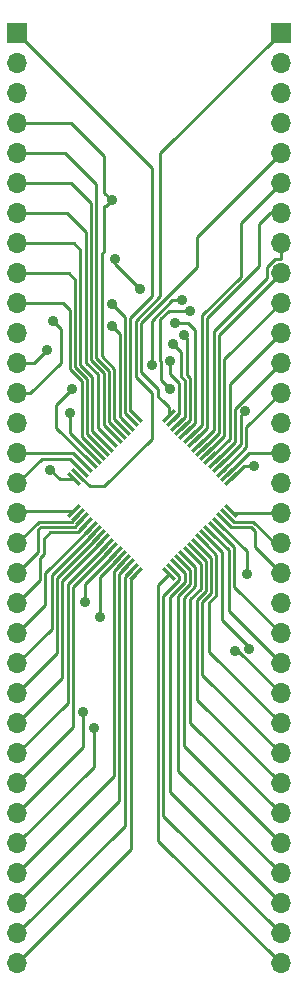
<source format=gbr>
%TF.GenerationSoftware,KiCad,Pcbnew,7.0.5*%
%TF.CreationDate,2023-07-25T09:56:50-05:00*%
%TF.ProjectId,AcoplePic32,41636f70-6c65-4506-9963-33322e6b6963,rev?*%
%TF.SameCoordinates,Original*%
%TF.FileFunction,Copper,L1,Top*%
%TF.FilePolarity,Positive*%
%FSLAX46Y46*%
G04 Gerber Fmt 4.6, Leading zero omitted, Abs format (unit mm)*
G04 Created by KiCad (PCBNEW 7.0.5) date 2023-07-25 09:56:50*
%MOMM*%
%LPD*%
G01*
G04 APERTURE LIST*
G04 Aperture macros list*
%AMRotRect*
0 Rectangle, with rotation*
0 The origin of the aperture is its center*
0 $1 length*
0 $2 width*
0 $3 Rotation angle, in degrees counterclockwise*
0 Add horizontal line*
21,1,$1,$2,0,0,$3*%
G04 Aperture macros list end*
%TA.AperFunction,ComponentPad*%
%ADD10R,1.700000X1.700000*%
%TD*%
%TA.AperFunction,ComponentPad*%
%ADD11O,1.700000X1.700000*%
%TD*%
%TA.AperFunction,SMDPad,CuDef*%
%ADD12RotRect,0.279400X1.346200X45.000000*%
%TD*%
%TA.AperFunction,SMDPad,CuDef*%
%ADD13RotRect,0.279400X1.346200X315.000000*%
%TD*%
%TA.AperFunction,ViaPad*%
%ADD14C,0.900000*%
%TD*%
%TA.AperFunction,Conductor*%
%ADD15C,0.250000*%
%TD*%
G04 APERTURE END LIST*
D10*
%TO.P,J1,1,Pin_1*%
%TO.N,Net-(J1-Pin_1)*%
X110869709Y-51898058D03*
D11*
%TO.P,J1,2,Pin_2*%
%TO.N,MuEnable1H*%
X110869709Y-54438058D03*
%TO.P,J1,3,Pin_3*%
%TO.N,MuEnable1L*%
X110869709Y-56978058D03*
%TO.P,J1,4,Pin_4*%
%TO.N,An17*%
X110869709Y-59518058D03*
%TO.P,J1,5,Pin_5*%
%TO.N,Net-(J1-Pin_5)*%
X110869709Y-62058058D03*
%TO.P,J1,6,Pin_6*%
%TO.N,Net-(J1-Pin_6)*%
X110869709Y-64598058D03*
%TO.P,J1,7,Pin_7*%
%TO.N,Net-(J1-Pin_7)*%
X110869709Y-67138058D03*
%TO.P,J1,8,Pin_8*%
%TO.N,Net-(J1-Pin_8)*%
X110869709Y-69678058D03*
%TO.P,J1,9,Pin_9*%
%TO.N,VSS9*%
X110869709Y-72218058D03*
%TO.P,J1,10,Pin_10*%
%TO.N,Net-(J1-Pin_10)*%
X110869709Y-74758058D03*
%TO.P,J1,11,Pin_11*%
%TO.N,MuPWM1H*%
X110869709Y-77298058D03*
%TO.P,J1,12,Pin_12*%
%TO.N,MuPWM1L*%
X110869709Y-79838058D03*
%TO.P,J1,13,Pin_13*%
%TO.N,MuPWM3H*%
X110869709Y-82378058D03*
%TO.P,J1,14,Pin_14*%
%TO.N,MuPWM3L*%
X110869709Y-84918058D03*
%TO.P,J1,15,Pin_15*%
%TO.N,QEIA3*%
X110869709Y-87458058D03*
%TO.P,J1,16,Pin_16*%
%TO.N,QEIB3*%
X110869709Y-89998058D03*
%TO.P,J1,17,Pin_17*%
%TO.N,Net-(J1-Pin_17)*%
X110869709Y-92538058D03*
%TO.P,J1,18,Pin_18*%
%TO.N,Net-(J1-Pin_18)*%
X110869709Y-95078058D03*
%TO.P,J1,19,Pin_19*%
%TO.N,Net-(J1-Pin_19)*%
X110869709Y-97618058D03*
%TO.P,J1,20,Pin_20*%
%TO.N,Net-(J1-Pin_20)*%
X110869709Y-100158058D03*
%TO.P,J1,21,Pin_21*%
%TO.N,Net-(J1-Pin_21)*%
X110869709Y-102698058D03*
%TO.P,J1,22,Pin_22*%
%TO.N,Net-(J1-Pin_22)*%
X110869709Y-105238058D03*
%TO.P,J1,23,Pin_23*%
%TO.N,Net-(J1-Pin_23)*%
X110869709Y-107778058D03*
%TO.P,J1,24,Pin_24*%
%TO.N,Net-(J1-Pin_24)*%
X110869709Y-110318058D03*
%TO.P,J1,25,Pin_25*%
%TO.N,Net-(J1-Pin_25)*%
X110869709Y-112858058D03*
%TO.P,J1,26,Pin_26*%
%TO.N,Net-(J1-Pin_26)*%
X110869709Y-115398058D03*
%TO.P,J1,27,Pin_27*%
%TO.N,MuPWM2H*%
X110869709Y-117938058D03*
%TO.P,J1,28,Pin_28*%
%TO.N,MuPWM2L*%
X110869709Y-120478058D03*
%TO.P,J1,29,Pin_29*%
%TO.N,QEIA2*%
X110869709Y-123018058D03*
%TO.P,J1,30,Pin_30*%
%TO.N,QEIB2*%
X110869709Y-125558058D03*
%TO.P,J1,31,Pin_31*%
%TO.N,Net-(J1-Pin_31)*%
X110869709Y-128098058D03*
%TO.P,J1,32,Pin_32*%
%TO.N,Net-(J1-Pin_32)*%
X110869709Y-130638058D03*
%TD*%
%TO.P,J3,33,Pin_32*%
%TO.N,Net-(J3-Pin_32)*%
X133169709Y-130638058D03*
%TO.P,J3,34,Pin_31*%
%TO.N,Net-(J3-Pin_31)*%
X133169709Y-128098058D03*
%TO.P,J3,35,Pin_30*%
%TO.N,Net-(J3-Pin_30)*%
X133169709Y-125558058D03*
%TO.P,J3,36,Pin_29*%
%TO.N,Net-(J3-Pin_29)*%
X133169709Y-123018058D03*
%TO.P,J3,37,Pin_28*%
%TO.N,Net-(J3-Pin_28)*%
X133169709Y-120478058D03*
%TO.P,J3,38,Pin_27*%
%TO.N,Net-(J3-Pin_27)*%
X133169709Y-117938058D03*
%TO.P,J3,39,Pin_26*%
%TO.N,Net-(J3-Pin_26)*%
X133169709Y-115398058D03*
%TO.P,J3,40,Pin_25*%
%TO.N,Net-(J3-Pin_25)*%
X133169709Y-112858058D03*
%TO.P,J3,41,Pin_24*%
%TO.N,VSS*%
X133169709Y-110318058D03*
%TO.P,J3,42,Pin_23*%
%TO.N,UART_TX*%
X133169709Y-107778058D03*
%TO.P,J3,43,Pin_22*%
%TO.N,RS232TX*%
X133169709Y-105238058D03*
%TO.P,J3,44,Pin_21*%
%TO.N,UART_RX*%
X133169709Y-102698058D03*
%TO.P,J3,45,Pin_20*%
%TO.N,RS232RX*%
X133169709Y-100158058D03*
%TO.P,J3,46,Pin_19*%
%TO.N,Net-(J3-Pin_19)*%
X133169709Y-97618058D03*
%TO.P,J3,47,Pin_18*%
%TO.N,Net-(J3-Pin_18)*%
X133169709Y-95078058D03*
%TO.P,J3,48,Pin_17*%
%TO.N,Net-(J3-Pin_17)*%
X133169709Y-92538058D03*
%TO.P,J3,49,Pin_16*%
%TO.N,Net-(J3-Pin_16)*%
X133169709Y-89998058D03*
%TO.P,J3,50,Pin_15*%
%TO.N,Net-(J3-Pin_15)*%
X133169709Y-87458058D03*
%TO.P,J3,51,Pin_14*%
%TO.N,QEIB1*%
X133169709Y-84918058D03*
%TO.P,J3,52,Pin_13*%
%TO.N,QEIA1*%
X133169709Y-82378058D03*
%TO.P,J3,53,Pin_12*%
%TO.N,Net-(J3-Pin_12)*%
X133169709Y-79838058D03*
%TO.P,J3,54,Pin_11*%
%TO.N,Net-(J3-Pin_11)*%
X133169709Y-77298058D03*
%TO.P,J3,55,Pin_10*%
%TO.N,Net-(J3-Pin_10)*%
X133169709Y-74758058D03*
%TO.P,J3,56,Pin_9*%
%TO.N,Net-(J3-Pin_9)*%
X133169709Y-72218058D03*
%TO.P,J3,57,Pin_8*%
%TO.N,Net-(J3-Pin_8)*%
X133169709Y-69678058D03*
%TO.P,J3,58,Pin_7*%
%TO.N,Net-(J3-Pin_7)*%
X133169709Y-67138058D03*
%TO.P,J3,59,Pin_6*%
%TO.N,Net-(J3-Pin_6)*%
X133169709Y-64598058D03*
%TO.P,J3,60,Pin_5*%
%TO.N,Net-(J3-Pin_5)*%
X133169709Y-62058058D03*
%TO.P,J3,61,Pin_4*%
%TO.N,MuEnable3L*%
X133169709Y-59518058D03*
%TO.P,J3,62,Pin_3*%
%TO.N,MuEnable3H*%
X133169709Y-56978058D03*
%TO.P,J3,63,Pin_2*%
%TO.N,MuEnable2L*%
X133169709Y-54438058D03*
D10*
%TO.P,J3,64,Pin_1*%
%TO.N,MuEnable2H*%
X133169709Y-51898058D03*
%TD*%
D12*
%TO.P,U1,1,TCK/RPA7/PWM10H/PWM4L/PMD5/RA7*%
%TO.N,Net-(J1-Pin_1)*%
X120971651Y-84334175D03*
%TO.P,U1,2,RPB14/PWM1H/VBUSON1/PMD6/RB14*%
%TO.N,MuPWM1H*%
X120618098Y-84687728D03*
%TO.P,U1,3,RPB15/PWM7H/PWM1L/PMD7/RB15*%
%TO.N,MuPWM1L*%
X120264544Y-85041282D03*
%TO.P,U1,4,AN19/CVD19/RPG6/PMA5/RG6*%
%TO.N,An17*%
X119910991Y-85394835D03*
%TO.P,U1,5,AN18/CVD18/RPG7/PMA4/RG7*%
%TO.N,Net-(J1-Pin_5)*%
X119557437Y-85748389D03*
%TO.P,U1,6,AN17/CVD17/RPG8/PMA3/RG8*%
%TO.N,Net-(J1-Pin_6)*%
X119203884Y-86101942D03*
%TO.P,U1,7,MCLR*%
%TO.N,Net-(J1-Pin_7)*%
X118850331Y-86455495D03*
%TO.P,U1,8,AN16/CVD16/RPG9/PMA2/RG9*%
%TO.N,Net-(J1-Pin_8)*%
X118496777Y-86809049D03*
%TO.P,U1,9,VSS*%
%TO.N,VSS9*%
X118143224Y-87162602D03*
%TO.P,U1,10,VDD*%
%TO.N,Net-(J1-Pin_10)*%
X117789670Y-87516156D03*
%TO.P,U1,11,AN10/CVD10/RPA12/RA12*%
%TO.N,MuEnable1H*%
X117436117Y-87869709D03*
%TO.P,U1,12,AN9/CVD9/RPA11/USBOEN1/RA11*%
%TO.N,MuEnable1L*%
X117082564Y-88223262D03*
%TO.P,U1,13,OA2OUT/AN0/C2IN4-/C4IN3-/RPA0/RA0*%
%TO.N,QEIA3*%
X116729010Y-88576816D03*
%TO.P,U1,14,OA2IN+/AN1/C2IN1+/RPA1/RA1*%
%TO.N,QEIB3*%
X116375457Y-88930369D03*
%TO.P,U1,15,PGD3/VREF-/OA2IN-/AN2/C2IN1-/RPB0/CTED2/RB0*%
%TO.N,MuEnable2H*%
X116021903Y-89283923D03*
%TO.P,U1,16,PGC3/OA1OUT/VREF+/AN3/C1IN4-/C4IN2-/RPB1/CTED1/PMA6/RB1*%
%TO.N,MuEnable2L*%
X115668350Y-89637476D03*
D13*
%TO.P,U1,17,PGC1/OA1IN+/AN4/C1IN1+/C1IN3-/C2IN3-/RPB2/RB2*%
%TO.N,Net-(J1-Pin_17)*%
X115668350Y-92362524D03*
%TO.P,U1,18,PGD1/OA1IN-/AN5/CTCMP/C1IN1-/RTCC/RPB3/RB3*%
%TO.N,Net-(J1-Pin_18)*%
X116021903Y-92716077D03*
%TO.P,U1,19,AVDD*%
%TO.N,Net-(J1-Pin_19)*%
X116375457Y-93069631D03*
%TO.P,U1,20,AVSS*%
%TO.N,Net-(J1-Pin_20)*%
X116729010Y-93423184D03*
%TO.P,U1,21,OA3OUT/AN6/CVD6/C3IN4-/C4IN1+/C4IN4-/RPC0/RC0*%
%TO.N,Net-(J1-Pin_21)*%
X117082564Y-93776738D03*
%TO.P,U1,22,OA3IN-/AN7/CVD7/C3IN1-/C4IN1-/RPC1/PMA7/RC1*%
%TO.N,Net-(J1-Pin_22)*%
X117436117Y-94130291D03*
%TO.P,U1,23,OA3IN+/AN8/CVD8/C3IN1+/C3IN3-/RPC2/FLT3/PMA13/RC2*%
%TO.N,Net-(J1-Pin_23)*%
X117789670Y-94483844D03*
%TO.P,U1,24,AN11/CVD11/C1IN2-/FLT4/PMA12/RC11*%
%TO.N,Net-(J1-Pin_24)*%
X118143224Y-94837398D03*
%TO.P,U1,25,VSS*%
%TO.N,Net-(J1-Pin_25)*%
X118496777Y-95190951D03*
%TO.P,U1,26,VDD*%
%TO.N,Net-(J1-Pin_26)*%
X118850331Y-95544505D03*
%TO.P,U1,27,AN12/CVD12/C2IN2-/C5IN2-/FLT5/PMA11/RE12*%
%TO.N,MuEnable3H*%
X119203884Y-95898058D03*
%TO.P,U1,28,AN13/CVD13/C3IN2-/FLT6/PMA10/RE13*%
%TO.N,MuEnable3L*%
X119557437Y-96251611D03*
%TO.P,U1,29,AN14/CVD14/RPE14/FLT7/PMA1/RE14*%
%TO.N,QEIA2*%
X119910991Y-96605165D03*
%TO.P,U1,30,AN15/CVD15/RPE15/FLT8/PMA0/RE15*%
%TO.N,QEIB2*%
X120264544Y-96958718D03*
%TO.P,U1,31,TDI/DAC3/AN26/CVD26/RPA8/PMA9/RA8*%
%TO.N,Net-(J1-Pin_31)*%
X120618098Y-97312272D03*
%TO.P,U1,32,FLT15/RPB4/PMA8/RB4*%
%TO.N,Net-(J1-Pin_32)*%
X120971651Y-97665825D03*
D12*
%TO.P,U1,33,OA5IN+/DAC1/AN24/CVD24/C5IN1+/C5IN3-/RPA4/T1CK/RA4*%
%TO.N,Net-(J3-Pin_32)*%
X123696699Y-97665825D03*
%TO.P,U1,34,VBUS*%
%TO.N,Net-(J3-Pin_31)*%
X124050252Y-97312272D03*
%TO.P,U1,35,VUSB3V3*%
%TO.N,Net-(J3-Pin_30)*%
X124403806Y-96958718D03*
%TO.P,U1,36,D-*%
%TO.N,Net-(J3-Pin_29)*%
X124757359Y-96605165D03*
%TO.P,U1,37,D+*%
%TO.N,Net-(J3-Pin_28)*%
X125110913Y-96251611D03*
%TO.P,U1,38,VDD*%
%TO.N,Net-(J3-Pin_27)*%
X125464466Y-95898058D03*
%TO.P,U1,39,OSCI/CLKI/AN49/CVD49/RPC12/RC12*%
%TO.N,Net-(J3-Pin_26)*%
X125818019Y-95544505D03*
%TO.P,U1,40,OSCO/CLKO/RPC15/RC15*%
%TO.N,Net-(J3-Pin_25)*%
X126171573Y-95190951D03*
%TO.P,U1,41,VSS*%
%TO.N,VSS*%
X126525126Y-94837398D03*
%TO.P,U1,42,RD8*%
%TO.N,Net-(J3-Pin_16)*%
X126878680Y-94483844D03*
%TO.P,U1,43,PGD2/RPB5/USBID1/RB5*%
%TO.N,RS232TX*%
X127232233Y-94130291D03*
%TO.P,U1,44,PGC2/RPB6/SCK2/PMA15/RB6*%
%TO.N,UART_RX*%
X127585786Y-93776738D03*
%TO.P,U1,45,DAC2/AN48/CVD48/RPC10/PMA14/PMCS/RC10*%
%TO.N,MuRS232RX*%
X127939340Y-93423184D03*
%TO.P,U1,46,OA5OUT/AN25/CVD25/C5IN4-/RPB7/SCK1/INT0/RB7*%
%TO.N,Net-(J3-Pin_19)*%
X128292893Y-93069631D03*
%TO.P,U1,47,SOSCI/RPC13/RC13*%
%TO.N,Net-(J3-Pin_18)*%
X128646447Y-92716077D03*
%TO.P,U1,48,SOSCO/RPB8/RB8*%
%TO.N,Net-(J3-Pin_17)*%
X129000000Y-92362524D03*
D13*
%TO.P,U1,49,TMS/OA5IN-/AN27/CVD27/C5IN1-/RPB9/RB9*%
%TO.N,UART_TX*%
X129000000Y-89637476D03*
%TO.P,U1,50,TRCLK/RPC6/PWM6H/RC6*%
%TO.N,Net-(J3-Pin_15)*%
X128646447Y-89283923D03*
%TO.P,U1,51,TRD0/RPC7/PWM12H/PWM6L/RC7*%
%TO.N,QEIA1*%
X128292893Y-88930369D03*
%TO.P,U1,52,TRD1/RPC8/PWM5H/PMWR/RC8*%
%TO.N,QEIB1*%
X127939340Y-88576816D03*
%TO.P,U1,53,TRD2/RPD5/PWM12H/PMRD/RD5*%
%TO.N,Net-(J3-Pin_12)*%
X127585786Y-88223262D03*
%TO.P,U1,54,TRD3/RPD6/PWM12L/RD6*%
%TO.N,Net-(J3-Pin_11)*%
X127232233Y-87869709D03*
%TO.P,U1,55,RPC9/PWM11H/PWM5L/RC9*%
%TO.N,Net-(J3-Pin_10)*%
X126878680Y-87516156D03*
%TO.P,U1,56,VSS*%
%TO.N,Net-(J3-Pin_9)*%
X126525126Y-87162602D03*
%TO.P,U1,57,VDD*%
%TO.N,Net-(J3-Pin_8)*%
X126171573Y-86809049D03*
%TO.P,U1,58,RPF0/PWM11H/RF0*%
%TO.N,Net-(J3-Pin_7)*%
X125818019Y-86455495D03*
%TO.P,U1,59,RPF1/PWM11L/RF1*%
%TO.N,Net-(J3-Pin_6)*%
X125464466Y-86101942D03*
%TO.P,U1,60,RPB10/PWM3H/PMD0/RB10*%
%TO.N,MuPWM3H*%
X125110913Y-85748389D03*
%TO.P,U1,61,RPB11/PWM9H/PWM3L/PMD1/RB11*%
%TO.N,MuPWM3L*%
X124757359Y-85394835D03*
%TO.P,U1,62,RPB12/PWM2H/PMD2/RB12*%
%TO.N,MuPWM2H*%
X124403806Y-85041282D03*
%TO.P,U1,63,RPB13/PWM8H/PWM2L/CTPLS/PMD3/RB13*%
%TO.N,MuPWM2L*%
X124050252Y-84687728D03*
%TO.P,U1,64,TDO/PWM4H/PMD4/RA10*%
%TO.N,Net-(J3-Pin_5)*%
X123696699Y-84334175D03*
%TD*%
D14*
%TO.N,MuEnable3L*%
X123821935Y-82042000D03*
%TO.N,An17*%
X118872000Y-66040000D03*
%TO.N,MuEnable1H*%
X115316000Y-84074000D03*
%TO.N,MuEnable1L*%
X115544600Y-81991200D03*
%TO.N,MuPWM1H*%
X118872000Y-74803000D03*
%TO.N,MuPWM1L*%
X118872000Y-76708000D03*
X113385600Y-78740000D03*
%TO.N,MuPWM3H*%
X121285000Y-73533000D03*
X124206000Y-76428600D03*
X113893600Y-76301600D03*
X119196900Y-70993000D03*
%TO.N,MuPWM3L*%
X124968000Y-77470000D03*
%TO.N,MuEnable3H*%
X122263500Y-80010000D03*
X124802300Y-74520243D03*
X116586000Y-100076000D03*
%TO.N,MuEnable3L*%
X117856000Y-101346000D03*
X125526800Y-75387200D03*
%TO.N,MuPWM2L*%
X117348000Y-110744000D03*
X123837900Y-79629000D03*
%TO.N,MuPWM2H*%
X124079000Y-78206600D03*
X116459000Y-109347000D03*
%TO.N,MuEnable2L*%
X113690400Y-88849200D03*
%TO.N,UART_TX*%
X130937000Y-88519000D03*
X129311400Y-104216200D03*
%TO.N,QEIB1*%
X130200400Y-83921600D03*
%TO.N,Net-(J3-Pin_16)*%
X130513248Y-104026288D03*
%TO.N,MuRS232RX*%
X130289500Y-97663000D03*
%TD*%
D15*
%TO.N,Net-(J3-Pin_16)*%
X128196435Y-95801599D02*
X126878680Y-94483844D01*
X130513248Y-104026288D02*
X130513248Y-103868648D01*
X130513248Y-103868648D02*
X128196435Y-101551835D01*
X128196435Y-101551835D02*
X128196435Y-95801599D01*
%TO.N,MuEnable3L*%
X123038500Y-79688984D02*
X123038500Y-81258565D01*
X122998400Y-79648884D02*
X123038500Y-79688984D01*
X125526800Y-75387200D02*
X123739495Y-75387200D01*
X123739495Y-75387200D02*
X122998400Y-76128295D01*
X122998400Y-76128295D02*
X122998400Y-79648884D01*
X123038500Y-81258565D02*
X123821935Y-82042000D01*
%TO.N,MuPWM2L*%
X124596435Y-84141545D02*
X124050252Y-84687728D01*
X124596435Y-81473008D02*
X124596435Y-84141545D01*
X123837900Y-80714473D02*
X124596435Y-81473008D01*
X123837900Y-79629000D02*
X123837900Y-80714473D01*
%TO.N,MuPWM3L*%
X125496435Y-81100216D02*
X125496435Y-84655759D01*
X125222000Y-77724000D02*
X125222000Y-80825781D01*
X124968000Y-77470000D02*
X125222000Y-77724000D01*
X125222000Y-80825781D02*
X125496435Y-81100216D01*
X125496435Y-84655759D02*
X124757359Y-85394835D01*
%TO.N,MuPWM3H*%
X125947000Y-84912302D02*
X125110913Y-85748389D01*
X125947000Y-77042695D02*
X125947000Y-84912302D01*
X124206000Y-76428600D02*
X125332905Y-76428600D01*
X125332905Y-76428600D02*
X125947000Y-77042695D01*
%TO.N,MuEnable1H*%
X115316000Y-85749592D02*
X117436117Y-87869709D01*
X115316000Y-84074000D02*
X115316000Y-85749592D01*
%TO.N,MuEnable1L*%
X114173000Y-85313698D02*
X117082564Y-88223262D01*
X114173000Y-83362800D02*
X114173000Y-85313698D01*
X115544600Y-81991200D02*
X114173000Y-83362800D01*
%TO.N,MuPWM3H*%
X111982742Y-82378058D02*
X110869709Y-82378058D01*
X114554000Y-79806800D02*
X111982742Y-82378058D01*
X114554000Y-76962000D02*
X114554000Y-79806800D01*
X113893600Y-76301600D02*
X114554000Y-76962000D01*
%TO.N,MuPWM2H*%
X125046435Y-84398653D02*
X124403806Y-85041282D01*
X125046435Y-81286612D02*
X125046435Y-84398653D01*
X124772000Y-81012177D02*
X125046435Y-81286612D01*
X124079000Y-78206600D02*
X124772000Y-78899600D01*
X124772000Y-78899600D02*
X124772000Y-81012177D01*
%TO.N,Net-(J3-Pin_5)*%
X123696699Y-83566000D02*
X123696699Y-84334175D01*
X123190000Y-83059301D02*
X123696699Y-83566000D01*
X121354000Y-80570904D02*
X122809000Y-82025904D01*
X122809000Y-82677000D02*
X123190000Y-83058000D01*
X126074600Y-71689800D02*
X121354000Y-76410400D01*
X126074600Y-69153167D02*
X126074600Y-71689800D01*
X122809000Y-82025904D02*
X122809000Y-82677000D01*
X133169709Y-62058058D02*
X126074600Y-69153167D01*
X121354000Y-76410400D02*
X121354000Y-80570904D01*
X123190000Y-83058000D02*
X123190000Y-83059301D01*
%TO.N,MuEnable2H*%
X122986800Y-62080967D02*
X133169709Y-51898058D01*
X118211600Y-90271600D02*
X122250200Y-86233000D01*
X120904000Y-81000600D02*
X120904000Y-76224004D01*
X120904000Y-76224004D02*
X122986800Y-74141204D01*
X117009580Y-90271600D02*
X118211600Y-90271600D01*
X122250200Y-86233000D02*
X122250200Y-82346800D01*
X122986800Y-74141204D02*
X122986800Y-62080967D01*
X116021903Y-89283923D02*
X117009580Y-90271600D01*
X122250200Y-82346800D02*
X120904000Y-81000600D01*
%TO.N,MuPWM1L*%
X119539600Y-84316338D02*
X120264544Y-85041282D01*
X119539600Y-77375600D02*
X119539600Y-84316338D01*
X118872000Y-76708000D02*
X119539600Y-77375600D01*
%TO.N,MuPWM1H*%
X119989600Y-84059230D02*
X120618098Y-84687728D01*
X118872000Y-74803000D02*
X119989600Y-75920600D01*
X119989600Y-75920600D02*
X119989600Y-84059230D01*
%TO.N,MuPWM3H*%
X121285000Y-73533000D02*
X119196900Y-71444900D01*
X119196900Y-71444900D02*
X119196900Y-70993000D01*
%TO.N,Net-(J1-Pin_1)*%
X122301000Y-63329349D02*
X110869709Y-51898058D01*
X120439600Y-83802124D02*
X120439600Y-76052008D01*
X120439600Y-76052008D02*
X122301000Y-74190608D01*
X120971651Y-84334175D02*
X120439600Y-83802124D01*
X122301000Y-74190608D02*
X122301000Y-63329349D01*
%TO.N,An17*%
X118237000Y-65278000D02*
X118237000Y-62286200D01*
X118237000Y-65405000D02*
X118237000Y-65278000D01*
X118872000Y-66040000D02*
X118237000Y-65405000D01*
X118364000Y-66548000D02*
X118237000Y-66548000D01*
X118872000Y-66040000D02*
X118364000Y-66548000D01*
X118237000Y-66548000D02*
X118237000Y-70374095D01*
%TO.N,MuEnable3H*%
X116586000Y-98515942D02*
X119203884Y-95898058D01*
X116586000Y-100076000D02*
X116586000Y-98515942D01*
%TO.N,MuEnable3L*%
X117856000Y-97953048D02*
X119557437Y-96251611D01*
X117856000Y-101346000D02*
X117856000Y-97953048D01*
%TO.N,MuPWM2L*%
X117348000Y-110744000D02*
X117348000Y-113999767D01*
X117348000Y-113999767D02*
X110869709Y-120478058D01*
%TO.N,MuPWM2H*%
X116448560Y-112359207D02*
X110869709Y-117938058D01*
X116459000Y-109347000D02*
X116448560Y-109357440D01*
X116448560Y-109357440D02*
X116448560Y-112359207D01*
%TO.N,MuRS232RX*%
X130289500Y-95773344D02*
X127939340Y-93423184D01*
X130289500Y-97663000D02*
X130289500Y-95773344D01*
%TO.N,UART_RX*%
X133169709Y-102698058D02*
X129228000Y-98756349D01*
X129228000Y-98756349D02*
X129228000Y-95418952D01*
X129228000Y-95418952D02*
X127585786Y-93776738D01*
%TO.N,Net-(J3-Pin_6)*%
X126524600Y-75785004D02*
X126524600Y-85041808D01*
X126524600Y-85041808D02*
X125464466Y-86101942D01*
X129794000Y-67973767D02*
X129794000Y-72515604D01*
X129794000Y-72515604D02*
X126524600Y-75785004D01*
X133169709Y-64598058D02*
X129794000Y-67973767D01*
%TO.N,Net-(J3-Pin_7)*%
X126974600Y-75971400D02*
X126974600Y-85298914D01*
X131318000Y-71628000D02*
X126974600Y-75971400D01*
X126974600Y-85298914D02*
X125818019Y-86455495D01*
X132251942Y-67138058D02*
X131318000Y-68072000D01*
X133169709Y-67138058D02*
X132251942Y-67138058D01*
X131318000Y-68072000D02*
X131318000Y-71628000D01*
%TO.N,Net-(J3-Pin_8)*%
X127504200Y-77092800D02*
X127504200Y-85476422D01*
X132683008Y-71043058D02*
X131994709Y-71731357D01*
X133169709Y-71043058D02*
X132683008Y-71043058D01*
X131994709Y-71731357D02*
X131994709Y-72602291D01*
X131994709Y-72602291D02*
X127504200Y-77092800D01*
X127504200Y-85476422D02*
X126171573Y-86809049D01*
X133169709Y-69678058D02*
X133169709Y-71043058D01*
%TO.N,Net-(J1-Pin_5)*%
X114940858Y-62058058D02*
X110869709Y-62058058D01*
X119557437Y-85748389D02*
X118639600Y-84830552D01*
X117576100Y-79410601D02*
X117576100Y-64693300D01*
X118639600Y-80474101D02*
X117576100Y-79410601D01*
X117576100Y-64693300D02*
X114940858Y-62058058D01*
X118639600Y-84830552D02*
X118639600Y-80474101D01*
%TO.N,Net-(J1-Pin_6)*%
X117126100Y-79596997D02*
X117126100Y-66275300D01*
X117126100Y-66275300D02*
X115448858Y-64598058D01*
X118189600Y-80660497D02*
X117126100Y-79596997D01*
X118189600Y-85087658D02*
X118189600Y-80660497D01*
X119203884Y-86101942D02*
X118189600Y-85087658D01*
X115448858Y-64598058D02*
X110869709Y-64598058D01*
%TO.N,Net-(J1-Pin_7)*%
X118850331Y-86455495D02*
X117678200Y-85283364D01*
X117678200Y-80785493D02*
X116676100Y-79783393D01*
X115118658Y-67138058D02*
X110869709Y-67138058D01*
X116676100Y-68695500D02*
X115118658Y-67138058D01*
X117678200Y-85283364D02*
X117678200Y-80785493D01*
X116676100Y-79783393D02*
X116676100Y-68695500D01*
%TO.N,Net-(J1-Pin_8)*%
X116226100Y-79969789D02*
X116226100Y-70252100D01*
X118496777Y-86809049D02*
X117228200Y-85540472D01*
X115652058Y-69678058D02*
X110869709Y-69678058D01*
X116226100Y-70252100D02*
X115652058Y-69678058D01*
X117228200Y-80971889D02*
X116226100Y-79969789D01*
X117228200Y-85540472D02*
X117228200Y-80971889D01*
%TO.N,Net-(J1-Pin_10)*%
X115326100Y-80342581D02*
X115326100Y-75371900D01*
X116328200Y-86054686D02*
X116328200Y-81344681D01*
X114712258Y-74758058D02*
X110869709Y-74758058D01*
X117789670Y-87516156D02*
X116328200Y-86054686D01*
X115326100Y-75371900D02*
X114712258Y-74758058D01*
X116328200Y-81344681D02*
X115326100Y-80342581D01*
%TO.N,MuPWM1L*%
X112287542Y-79838058D02*
X110869709Y-79838058D01*
X113385600Y-78740000D02*
X112287542Y-79838058D01*
%TO.N,Net-(J1-Pin_17)*%
X111045243Y-92362524D02*
X110869709Y-92538058D01*
X115668350Y-92362524D02*
X111045243Y-92362524D01*
%TO.N,Net-(J1-Pin_18)*%
X115475720Y-93262260D02*
X112680940Y-93262260D01*
X110869709Y-95073491D02*
X110869709Y-95078058D01*
X116021903Y-92716077D02*
X115475720Y-93262260D01*
X112680940Y-93262260D02*
X110869709Y-95073491D01*
%TO.N,Net-(J1-Pin_19)*%
X112674400Y-93905196D02*
X112674400Y-95813367D01*
X112867336Y-93712260D02*
X112674400Y-93905196D01*
X112674400Y-95813367D02*
X110869709Y-97618058D01*
X115732828Y-93712260D02*
X112867336Y-93712260D01*
X116375457Y-93069631D02*
X115732828Y-93712260D01*
%TO.N,Net-(J1-Pin_20)*%
X115989934Y-94162260D02*
X113685940Y-94162260D01*
X113124400Y-94723800D02*
X113124400Y-95999763D01*
X113124400Y-95999763D02*
X112801400Y-96322763D01*
X112801400Y-96322763D02*
X112801400Y-98226367D01*
X112801400Y-98226367D02*
X110869709Y-100158058D01*
X113685940Y-94162260D02*
X113124400Y-94723800D01*
X116729010Y-93423184D02*
X115989934Y-94162260D01*
%TO.N,Net-(J1-Pin_21)*%
X113251400Y-100316367D02*
X110869709Y-102698058D01*
X117082564Y-93776738D02*
X113251400Y-97607902D01*
X113251400Y-97607902D02*
X113251400Y-100316367D01*
%TO.N,Net-(J1-Pin_23)*%
X117789670Y-94483844D02*
X114242000Y-98031514D01*
X114242000Y-98031514D02*
X114242000Y-104405767D01*
X114242000Y-104405767D02*
X110869709Y-107778058D01*
%TO.N,Net-(J1-Pin_24)*%
X114692000Y-98288622D02*
X114692000Y-106495767D01*
X118143224Y-94837398D02*
X114692000Y-98288622D01*
X114692000Y-106495767D02*
X110869709Y-110318058D01*
%TO.N,Net-(J1-Pin_25)*%
X115142000Y-98545728D02*
X115142000Y-108585767D01*
X115142000Y-108585767D02*
X110869709Y-112858058D01*
X118496777Y-95190951D02*
X115142000Y-98545728D01*
%TO.N,Net-(J1-Pin_26)*%
X118850331Y-95544505D02*
X115592000Y-98802836D01*
X115592000Y-98802836D02*
X115592000Y-110675767D01*
X115592000Y-110675767D02*
X110869709Y-115398058D01*
%TO.N,QEIA3*%
X116729010Y-88576816D02*
X115610252Y-87458058D01*
X115610252Y-87458058D02*
X110869709Y-87458058D01*
%TO.N,Net-(J1-Pin_22)*%
X113792000Y-102315767D02*
X110869709Y-105238058D01*
X117436117Y-94130291D02*
X113792000Y-97774408D01*
X113792000Y-97774408D02*
X113792000Y-102315767D01*
%TO.N,Net-(J1-Pin_31)*%
X119964200Y-97966170D02*
X120618098Y-97312272D01*
X110869709Y-128098058D02*
X119964200Y-119003567D01*
X119964200Y-119003567D02*
X119964200Y-97966170D01*
%TO.N,Net-(J1-Pin_32)*%
X120548400Y-98089076D02*
X120548400Y-120959367D01*
X120548400Y-120959367D02*
X110869709Y-130638058D01*
X120971651Y-97665825D02*
X120548400Y-98089076D01*
%TO.N,MuEnable3H*%
X122263500Y-76226799D02*
X123970056Y-74520243D01*
X123970056Y-74520243D02*
X124802300Y-74520243D01*
X122263500Y-80010000D02*
X122263500Y-76226799D01*
%TO.N,MuEnable2L*%
X114478676Y-89637476D02*
X113690400Y-88849200D01*
X115668350Y-89637476D02*
X114478676Y-89637476D01*
%TO.N,QEIA2*%
X119064200Y-114823567D02*
X110869709Y-123018058D01*
X119064200Y-97451956D02*
X119064200Y-114823567D01*
X119910991Y-96605165D02*
X119064200Y-97451956D01*
%TO.N,QEIB2*%
X120264544Y-96958718D02*
X119514200Y-97709062D01*
X119514200Y-116913567D02*
X110869709Y-125558058D01*
X119514200Y-97709062D02*
X119514200Y-116913567D01*
%TO.N,UART_TX*%
X130937000Y-88519000D02*
X130118476Y-88519000D01*
X130118476Y-88519000D02*
X129000000Y-89637476D01*
X129607851Y-104216200D02*
X129311400Y-104216200D01*
X133169709Y-107778058D02*
X129607851Y-104216200D01*
%TO.N,QEIB3*%
X112959709Y-87908058D02*
X110869709Y-89998058D01*
X115353146Y-87908058D02*
X112959709Y-87908058D01*
X116375457Y-88930369D02*
X115353146Y-87908058D01*
%TO.N,RS232TX*%
X133169709Y-105238058D02*
X128778000Y-100846349D01*
X128778000Y-100846349D02*
X128778000Y-95676058D01*
X128778000Y-95676058D02*
X127232233Y-94130291D01*
%TO.N,VSS*%
X127746435Y-99482389D02*
X127746435Y-96058707D01*
X127101600Y-100127224D02*
X127746435Y-99482389D01*
X127746435Y-96058707D02*
X126525126Y-94837398D01*
X133169709Y-110318058D02*
X127101600Y-104249949D01*
X127101600Y-104249949D02*
X127101600Y-100127224D01*
%TO.N,QEIA1*%
X128292893Y-88930369D02*
X130276600Y-86946662D01*
X130276600Y-86946662D02*
X130276600Y-85271167D01*
X130276600Y-85271167D02*
X133169709Y-82378058D01*
%TO.N,QEIB1*%
X129826600Y-84295400D02*
X130200400Y-83921600D01*
X129826600Y-86689556D02*
X129826600Y-84295400D01*
X127939340Y-88576816D02*
X129826600Y-86689556D01*
%TO.N,Net-(J3-Pin_32)*%
X123696699Y-97665825D02*
X122783600Y-98578924D01*
X122783600Y-98578924D02*
X122783600Y-120251949D01*
X122783600Y-120251949D02*
X133169709Y-130638058D01*
%TO.N,Net-(J3-Pin_31)*%
X123233600Y-99540452D02*
X123233600Y-118161949D01*
X124050252Y-97312272D02*
X124596435Y-97858455D01*
X124596435Y-98177617D02*
X123233600Y-99540452D01*
X124596435Y-97858455D02*
X124596435Y-98177617D01*
X123233600Y-118161949D02*
X133169709Y-128098058D01*
%TO.N,Net-(J3-Pin_30)*%
X133169709Y-125558058D02*
X123774200Y-116162549D01*
X125046435Y-98364013D02*
X125046435Y-97601347D01*
X123774200Y-116162549D02*
X123774200Y-99636248D01*
X123774200Y-99636248D02*
X125046435Y-98364013D01*
X125046435Y-97601347D02*
X124403806Y-96958718D01*
%TO.N,Net-(J3-Pin_29)*%
X124510800Y-99536044D02*
X124510800Y-114359149D01*
X125496435Y-97344241D02*
X125496435Y-98550409D01*
X124757359Y-96605165D02*
X125496435Y-97344241D01*
X125496435Y-98550409D02*
X124510800Y-99536044D01*
X124510800Y-114359149D02*
X133169709Y-123018058D01*
%TO.N,Net-(J3-Pin_28)*%
X125946435Y-97087133D02*
X125110913Y-96251611D01*
X124968000Y-99715240D02*
X125946435Y-98736805D01*
X124968000Y-112276349D02*
X124968000Y-99715240D01*
X125946435Y-98736805D02*
X125946435Y-97087133D01*
X133169709Y-120478058D02*
X124968000Y-112276349D01*
%TO.N,Net-(J3-Pin_27)*%
X125464466Y-95898058D02*
X126396435Y-96830027D01*
X126396435Y-96830027D02*
X126396435Y-98923201D01*
X125526800Y-110295149D02*
X133169709Y-117938058D01*
X126396435Y-98923201D02*
X125526800Y-99792836D01*
X125526800Y-99792836D02*
X125526800Y-110295149D01*
%TO.N,Net-(J3-Pin_26)*%
X126111000Y-99845032D02*
X126846435Y-99109597D01*
X133169709Y-115398058D02*
X126111000Y-108339349D01*
X126111000Y-108339349D02*
X126111000Y-99845032D01*
X126846435Y-99109597D02*
X126846435Y-96572921D01*
X126846435Y-96572921D02*
X125818019Y-95544505D01*
%TO.N,Net-(J3-Pin_25)*%
X126561000Y-100031428D02*
X126561000Y-106249349D01*
X127296435Y-99295993D02*
X126561000Y-100031428D01*
X126561000Y-106249349D02*
X133169709Y-112858058D01*
X127296435Y-96315813D02*
X127296435Y-99295993D01*
X126171573Y-95190951D02*
X127296435Y-96315813D01*
%TO.N,Net-(J3-Pin_19)*%
X130667864Y-93712260D02*
X128935522Y-93712260D01*
X128935522Y-93712260D02*
X128292893Y-93069631D01*
X130987800Y-95436149D02*
X130987800Y-94032196D01*
X133169709Y-97618058D02*
X130987800Y-95436149D01*
X130987800Y-94032196D02*
X130667864Y-93712260D01*
%TO.N,Net-(J3-Pin_18)*%
X130854260Y-93262260D02*
X129192630Y-93262260D01*
X132670058Y-95078058D02*
X130854260Y-93262260D01*
X129192630Y-93262260D02*
X128646447Y-92716077D01*
X133169709Y-95078058D02*
X132670058Y-95078058D01*
%TO.N,Net-(J3-Pin_17)*%
X133169709Y-92538058D02*
X129175534Y-92538058D01*
X129175534Y-92538058D02*
X129000000Y-92362524D01*
%TO.N,Net-(J3-Pin_15)*%
X130472312Y-87458058D02*
X133169709Y-87458058D01*
X128646447Y-89283923D02*
X130472312Y-87458058D01*
%TO.N,Net-(J3-Pin_12)*%
X129311400Y-83696367D02*
X133169709Y-79838058D01*
X127585786Y-88223262D02*
X129311400Y-86497648D01*
X129311400Y-86497648D02*
X129311400Y-83696367D01*
%TO.N,Net-(J3-Pin_11)*%
X128854200Y-81613567D02*
X133169709Y-77298058D01*
X127232233Y-87869709D02*
X128854200Y-86247742D01*
X128854200Y-86247742D02*
X128854200Y-81613567D01*
%TO.N,Net-(J3-Pin_10)*%
X128404200Y-85990636D02*
X128404200Y-79523567D01*
X126878680Y-87516156D02*
X128404200Y-85990636D01*
X128404200Y-79523567D02*
X133169709Y-74758058D01*
%TO.N,Net-(J3-Pin_9)*%
X127954200Y-77433567D02*
X127954200Y-85733528D01*
X133169709Y-72218058D02*
X127954200Y-77433567D01*
X127954200Y-85733528D02*
X126525126Y-87162602D01*
%TO.N,An17*%
X115468858Y-59518058D02*
X110869709Y-59518058D01*
X118025600Y-70585495D02*
X118025600Y-79223705D01*
X119089600Y-84573444D02*
X119910991Y-85394835D01*
X118237000Y-70374095D02*
X118025600Y-70585495D01*
X119089600Y-80287705D02*
X119089600Y-84573444D01*
X118025600Y-79223705D02*
X119089600Y-80287705D01*
X118237000Y-62286200D02*
X115468858Y-59518058D01*
%TO.N,VSS9*%
X115776100Y-80156185D02*
X115776100Y-72773900D01*
X118143224Y-87162602D02*
X116778200Y-85797578D01*
X116778200Y-85797578D02*
X116778200Y-81158285D01*
X116778200Y-81158285D02*
X115776100Y-80156185D01*
X115776100Y-72773900D02*
X115220258Y-72218058D01*
X115220258Y-72218058D02*
X110869709Y-72218058D01*
%TD*%
M02*

</source>
